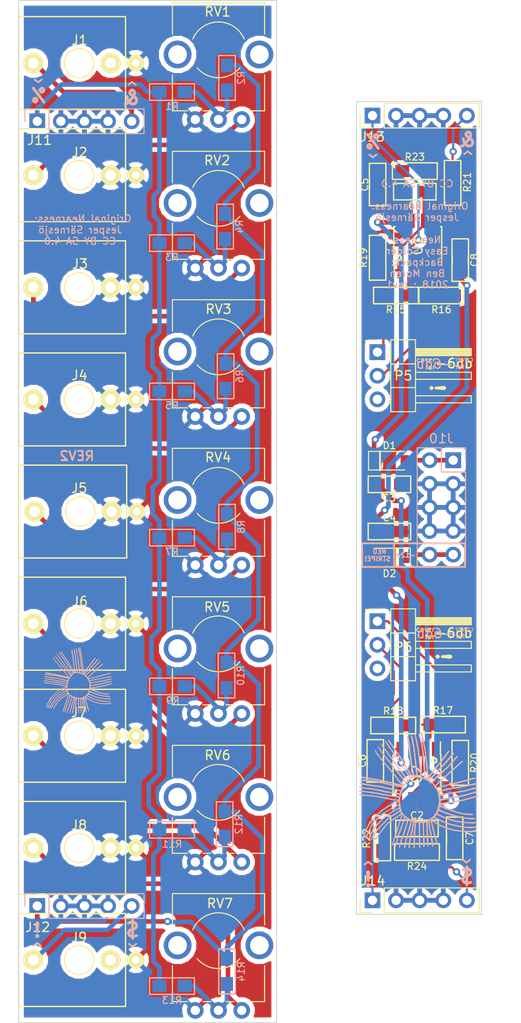
<source format=kicad_pcb>
(kicad_pcb (version 20171130) (host pcbnew "(5.0.0-rc2-47-g52fceb3)")
  (layers (0 F.Cu signal) (31 B.Cu signal) (34 B.Paste user) (35 F.Paste user) (36 B.SilkS user) (37 F.SilkS user) (38 B.Mask user) (39 F.Mask user) (44 Edge.Cuts user))
  (net 0 "")
  (net 1 "Net-(J9-Pad2)")
  (net 2 GND)
  (net 3 "Net-(J8-Pad3)")
  (net 4 "Net-(J7-Pad3)")
  (net 5 "Net-(J1-Pad2)")
  (net 6 "Net-(J1-Pad3)")
  (net 7 "Net-(J2-Pad3)")
  (net 8 "Net-(J3-Pad3)")
  (net 9 "Net-(J4-Pad3)")
  (net 10 "Net-(J5-Pad3)")
  (net 11 "Net-(J6-Pad3)")
  (net 12 "Net-(R13-Pad1)")
  (net 13 "Net-(R11-Pad1)")
  (net 14 "Net-(R10-Pad1)")
  (net 15 "Net-(R7-Pad1)")
  (net 16 "Net-(R5-Pad1)")
  (net 17 "Net-(R3-Pad1)")
  (net 18 "Net-(R1-Pad1)")
  (net 19 "Net-(C1-Pad2)")
  (net 20 "Net-(C2-Pad2)")
  (net 21 "Net-(C1-Pad1)")
  (net 22 "Net-(C2-Pad1)")
  (net 23 "Net-(P5-Pad1)")
  (net 24 "Net-(P5-Pad2)")
  (net 25 "Net-(P6-Pad1)")
  (net 26 "Net-(P6-Pad2)")
  (net 27 "Net-(D2-Pad1)")
  (net 28 "Net-(D1-Pad2)")
  (net 29 "Net-(P5-Pad3)")
  (net 30 "Net-(P6-Pad3)")
  (net 31 -12V)
  (net 32 +12V)
  (net 33 "Net-(J12-Pad5)")
  (net 34 "Net-(J13-Pad5)")
  (net 35 "Net-(J14-Pad1)")
  (net 36 "Net-(J12-Pad1)")
  (net 37 "Net-(J13-Pad1)")
  (net 38 "Net-(J14-Pad5)")
  (net 39 "Net-(J11-Pad1)")
  (module modular:C_0805_HandSoldering_TopLabel (layer F.Cu) (at 39.37 81.832702 90)
    (fp_text reference C6 (at 0 -1.397 270) (layer F.SilkS) (effects (font (size 0.75 0.75) (thickness 0.125))))
    (fp_text value 100n)
    (pad 2 smd rect (at 1.25 0 90) (size 1.5 1.25) (layers F.Cu F.Paste F.Mask) (net 31 -12V))
    (pad 1 smd rect (at -1.25 0 90) (size 1.5 1.25) (layers F.Cu F.Paste F.Mask) (net 2 GND))
  )
  (module modular:C_0805_HandSoldering_TopLabel (layer F.Cu) (at 47.90643 90.17 270)
    (fp_text reference C7 (at 0 -1.62357 90) (layer F.SilkS) (effects (font (size 0.75 0.75) (thickness 0.125))))
    (fp_text value 100n)
    (pad 1 smd rect (at -1.25 0 270) (size 1.5 1.25) (layers F.Cu F.Paste F.Mask) (net 32 +12V))
    (pad 2 smd rect (at 1.25 0 270) (size 1.5 1.25) (layers F.Cu F.Paste F.Mask) (net 2 GND))
  )
  (module modular:C_0805_HandSoldering_TopLabel (layer F.Cu) (at 48.514 27.94 270)
    (fp_text reference C8 (at 0 -1.524 90) (layer F.SilkS) (effects (font (size 0.75 0.75) (thickness 0.125))))
    (fp_text value 100n)
    (pad 2 smd rect (at 1.25 0 270) (size 1.5 1.25) (layers F.Cu F.Paste F.Mask) (net 31 -12V))
    (pad 1 smd rect (at -1.25 0 270) (size 1.5 1.25) (layers F.Cu F.Paste F.Mask) (net 2 GND))
  )
  (module modular:C_0805_HandSoldering_TopLabel (layer F.Cu) (at 43.626052 20.574 180)
    (fp_text reference C1 (at 0 -1.524) (layer F.SilkS) (effects (font (size 0.75 0.75) (thickness 0.125))))
    (fp_text value 22p)
    (pad 1 smd rect (at -1.25 0 180) (size 1.5 1.25) (layers F.Cu F.Paste F.Mask) (net 21 "Net-(C1-Pad1)"))
    (pad 2 smd rect (at 1.25 0 180) (size 1.5 1.25) (layers F.Cu F.Paste F.Mask) (net 19 "Net-(C1-Pad2)"))
  )
  (module modular:R_0805_HandSoldering_TopLabel (layer F.Cu) (at 41.594052 31.75 180)
    (fp_text reference R15 (at 0 -1.524) (layer F.SilkS) (effects (font (size 0.75 0.75) (thickness 0.125))))
    (fp_text value 100k)
    (pad 1 smd rect (at -1.35 0 180) (size 1.5 1.3) (layers F.Cu F.Paste F.Mask) (net 37 "Net-(J13-Pad1)"))
    (pad 2 smd rect (at 1.35 0 180) (size 1.5 1.3) (layers F.Cu F.Paste F.Mask) (net 23 "Net-(P5-Pad1)"))
  )
  (module modular:R_0805_HandSoldering_TopLabel (layer F.Cu) (at 46.482 31.75)
    (fp_text reference R16 (at 0 1.524 180) (layer F.SilkS) (effects (font (size 0.75 0.75) (thickness 0.125))))
    (fp_text value 100k)
    (pad 1 smd rect (at -1.35 0) (size 1.5 1.3) (layers F.Cu F.Paste F.Mask) (net 37 "Net-(J13-Pad1)"))
    (pad 2 smd rect (at 1.35 0) (size 1.5 1.3) (layers F.Cu F.Paste F.Mask) (net 24 "Net-(P5-Pad2)"))
  )
  (module modular:R_0805_HandSoldering_TopLabel (layer F.Cu) (at 46.650603 77.927833)
    (fp_text reference R17 (at 0 -1.524 180) (layer F.SilkS) (effects (font (size 0.75 0.75) (thickness 0.125))))
    (fp_text value 100k)
    (pad 2 smd rect (at 1.35 0) (size 1.5 1.3) (layers F.Cu F.Paste F.Mask) (net 25 "Net-(P6-Pad1)"))
    (pad 1 smd rect (at -1.35 0) (size 1.5 1.3) (layers F.Cu F.Paste F.Mask) (net 35 "Net-(J14-Pad1)"))
  )
  (module modular:R_0805_HandSoldering_TopLabel (layer F.Cu) (at 41.30243 78.022702 180)
    (fp_text reference R18 (at 0 1.568702) (layer F.SilkS) (effects (font (size 0.75 0.75) (thickness 0.125))))
    (fp_text value 100k)
    (pad 1 smd rect (at -1.35 0 180) (size 1.5 1.3) (layers F.Cu F.Paste F.Mask) (net 35 "Net-(J14-Pad1)"))
    (pad 2 smd rect (at 1.35 0 180) (size 1.5 1.3) (layers F.Cu F.Paste F.Mask) (net 26 "Net-(P6-Pad2)"))
  )
  (module modular:R_0805_HandSoldering_TopLabel (layer F.Cu) (at 39.624 27.686 90)
    (fp_text reference R19 (at 0 -1.524 270) (layer F.SilkS) (effects (font (size 0.75 0.75) (thickness 0.125))))
    (fp_text value 100k)
    (pad 2 smd rect (at 1.35 0 90) (size 1.5 1.3) (layers F.Cu F.Paste F.Mask) (net 21 "Net-(C1-Pad1)"))
    (pad 1 smd rect (at -1.35 0 90) (size 1.5 1.3) (layers F.Cu F.Paste F.Mask) (net 23 "Net-(P5-Pad1)"))
  )
  (module modular:R_0805_HandSoldering_TopLabel (layer F.Cu) (at 48.514 82.042 270)
    (fp_text reference R20 (at 0 -1.524 90) (layer F.SilkS) (effects (font (size 0.75 0.75) (thickness 0.125))))
    (fp_text value 100k)
    (pad 1 smd rect (at -1.35 0 270) (size 1.5 1.3) (layers F.Cu F.Paste F.Mask) (net 25 "Net-(P6-Pad1)"))
    (pad 2 smd rect (at 1.35 0 270) (size 1.5 1.3) (layers F.Cu F.Paste F.Mask) (net 22 "Net-(C2-Pad1)"))
  )
  (module modular:R_0805_HandSoldering_TopLabel (layer F.Cu) (at 47.690052 19.630841 90)
    (fp_text reference R21 (at 0.072841 1.585948 90) (layer F.SilkS) (effects (font (size 0.75 0.75) (thickness 0.125))))
    (fp_text value 100k)
    (pad 2 smd rect (at 1.35 0 90) (size 1.5 1.3) (layers F.Cu F.Paste F.Mask) (net 34 "Net-(J13-Pad5)"))
    (pad 1 smd rect (at -1.35 0 90) (size 1.5 1.3) (layers F.Cu F.Paste F.Mask) (net 21 "Net-(C1-Pad1)"))
  )
  (module modular:R_0805_HandSoldering_TopLabel (layer F.Cu) (at 40.132 90.17 270)
    (fp_text reference R22 (at 0 1.692603 90) (layer F.SilkS) (effects (font (size 0.75 0.75) (thickness 0.125))))
    (fp_text value 100k)
    (pad 1 smd rect (at -1.35 0 270) (size 1.5 1.3) (layers F.Cu F.Paste F.Mask) (net 22 "Net-(C2-Pad1)"))
    (pad 2 smd rect (at 1.35 0 270) (size 1.5 1.3) (layers F.Cu F.Paste F.Mask) (net 38 "Net-(J14-Pad5)"))
  )
  (module modular:R_0805_HandSoldering_TopLabel (layer F.Cu) (at 43.856603 91.643833 180)
    (fp_text reference R24 (at 0 -1.524) (layer F.SilkS) (effects (font (size 0.75 0.75) (thickness 0.125))))
    (fp_text value 1k)
    (pad 1 smd rect (at -1.35 0 180) (size 1.5 1.3) (layers F.Cu F.Paste F.Mask) (net 20 "Net-(C2-Pad2)"))
    (pad 2 smd rect (at 1.35 0 180) (size 1.5 1.3) (layers F.Cu F.Paste F.Mask) (net 38 "Net-(J14-Pad5)"))
  )
  (module modular:R_0805_HandSoldering_TopLabel (layer F.Cu) (at 43.626052 18.360841)
    (fp_text reference R23 (at 0 -1.524 180) (layer F.SilkS) (effects (font (size 0.75 0.75) (thickness 0.125))))
    (fp_text value 1k)
    (pad 2 smd rect (at 1.35 0) (size 1.5 1.3) (layers F.Cu F.Paste F.Mask) (net 34 "Net-(J13-Pad5)"))
    (pad 1 smd rect (at -1.35 0) (size 1.5 1.3) (layers F.Cu F.Paste F.Mask) (net 19 "Net-(C1-Pad2)"))
  )
  (module Housings_SOIC:SOIC-8_3.9x4.9mm_Pitch1.27mm (layer F.Cu) (at 43.942 26.416 90)
    (fp_text reference U1 (at 0 0 90) (layer F.SilkS))
    (fp_text value LME49720)
    (pad 1 smd rect (at -2.7 -1.905 90) (size 1.55 0.6) (layers F.Cu F.Paste F.Mask) (net 23 "Net-(P5-Pad1)"))
    (pad 2 smd rect (at -2.7 -0.635 90) (size 1.55 0.6) (layers F.Cu F.Paste F.Mask) (net 37 "Net-(J13-Pad1)"))
    (pad 3 smd rect (at -2.7 0.635 90) (size 1.55 0.6) (layers F.Cu F.Paste F.Mask) (net 2 GND))
    (pad 4 smd rect (at -2.7 1.905 90) (size 1.55 0.6) (layers F.Cu F.Paste F.Mask) (net 31 -12V))
    (pad 5 smd rect (at 2.7 1.905 90) (size 1.55 0.6) (layers F.Cu F.Paste F.Mask) (net 2 GND))
    (pad 6 smd rect (at 2.7 0.635 90) (size 1.55 0.6) (layers F.Cu F.Paste F.Mask) (net 21 "Net-(C1-Pad1)"))
    (pad 7 smd rect (at 2.7 -0.635 90) (size 1.55 0.6) (layers F.Cu F.Paste F.Mask) (net 19 "Net-(C1-Pad2)"))
    (pad 8 smd rect (at 2.7 -1.905 90) (size 1.55 0.6) (layers F.Cu F.Paste F.Mask) (net 32 +12V))
  )
  (module Housings_SOIC:SOIC-8_3.9x4.9mm_Pitch1.27mm (layer F.Cu) (at 43.856603 83.261833 270)
    (fp_text reference U2 (at 0 0.014173 270) (layer F.SilkS))
    (fp_text value LME49720)
    (pad 8 smd rect (at 2.7 -1.905 270) (size 1.55 0.6) (layers F.Cu F.Paste F.Mask) (net 32 +12V))
    (pad 7 smd rect (at 2.7 -0.635 270) (size 1.55 0.6) (layers F.Cu F.Paste F.Mask) (net 20 "Net-(C2-Pad2)"))
    (pad 6 smd rect (at 2.7 0.635 270) (size 1.55 0.6) (layers F.Cu F.Paste F.Mask) (net 22 "Net-(C2-Pad1)"))
    (pad 5 smd rect (at 2.7 1.905 270) (size 1.55 0.6) (layers F.Cu F.Paste F.Mask) (net 2 GND))
    (pad 4 smd rect (at -2.7 1.905 270) (size 1.55 0.6) (layers F.Cu F.Paste F.Mask) (net 31 -12V))
    (pad 3 smd rect (at -2.7 0.635 270) (size 1.55 0.6) (layers F.Cu F.Paste F.Mask) (net 2 GND))
    (pad 2 smd rect (at -2.7 -0.635 270) (size 1.55 0.6) (layers F.Cu F.Paste F.Mask) (net 35 "Net-(J14-Pad1)"))
    (pad 1 smd rect (at -2.7 -1.905 270) (size 1.55 0.6) (layers F.Cu F.Paste F.Mask) (net 25 "Net-(P6-Pad1)"))
  )
  (module Pin_Headers:Pin_Header_Angled_1x03_Pitch2.54mm (layer F.Cu) (at 39.6 66.802)
    (fp_text reference P6 (at 2.794 2.794) (layer F.SilkS))
    (fp_text value CONN_01X03)
    (pad 1 thru_hole rect (at 0 0) (size 1.7 1.7) (drill 1) (layers *.Cu *.Mask) (net 25 "Net-(P6-Pad1)"))
    (pad 2 thru_hole oval (at 0 2.54) (size 1.7 1.7) (drill 1) (layers *.Cu *.Mask) (net 26 "Net-(P6-Pad2)"))
    (pad 3 thru_hole oval (at 0 5.08) (size 1.7 1.7) (drill 1) (layers *.Cu *.Mask) (net 30 "Net-(P6-Pad3)"))
  )
  (module Pin_Headers:Pin_Header_Angled_1x03_Pitch2.54mm (layer F.Cu) (at 39.6 37.846)
    (fp_text reference P5 (at 2.794 2.54) (layer F.SilkS))
    (fp_text value CONN_01X03)
    (pad 3 thru_hole oval (at 0 5.08) (size 1.7 1.7) (drill 1) (layers *.Cu *.Mask) (net 29 "Net-(P5-Pad3)"))
    (pad 2 thru_hole oval (at 0 2.54) (size 1.7 1.7) (drill 1) (layers *.Cu *.Mask) (net 24 "Net-(P5-Pad2)"))
    (pad 1 thru_hole rect (at 0 0) (size 1.7 1.7) (drill 1) (layers *.Cu *.Mask) (net 23 "Net-(P5-Pad1)"))
  )
  (module Socket_Strips:Socket_Strip_Straight_1x05_Pitch2.54mm (layer F.Cu) (at 39.068 12.3904 90)
    (fp_text reference J13 (at -2.286 0 180) (layer F.SilkS))
    (fp_text value Conn_01x05)
    (pad 1 thru_hole rect (at 0 0 90) (size 1.7 1.7) (drill 1) (layers *.Cu *.Mask) (net 37 "Net-(J13-Pad1)"))
    (pad 2 thru_hole oval (at 0 2.54 90) (size 1.7 1.7) (drill 1) (layers *.Cu *.Mask) (net 2 GND))
    (pad 3 thru_hole oval (at 0 5.08 90) (size 1.7 1.7) (drill 1) (layers *.Cu *.Mask) (net 2 GND))
    (pad 4 thru_hole oval (at 0 7.62 90) (size 1.7 1.7) (drill 1) (layers *.Cu *.Mask) (net 2 GND))
    (pad 5 thru_hole oval (at 0 10.16 90) (size 1.7 1.7) (drill 1) (layers *.Cu *.Mask) (net 34 "Net-(J13-Pad5)"))
  )
  (module Socket_Strips:Socket_Strip_Straight_1x05_Pitch2.54mm (layer F.Cu) (at 39.068 96.8354 90)
    (fp_text reference J14 (at 2.0934 0.048 180) (layer F.SilkS))
    (fp_text value Conn_01x05)
    (pad 5 thru_hole oval (at 0 10.16 90) (size 1.7 1.7) (drill 1) (layers *.Cu *.Mask) (net 38 "Net-(J14-Pad5)"))
    (pad 4 thru_hole oval (at 0 7.62 90) (size 1.7 1.7) (drill 1) (layers *.Cu *.Mask) (net 2 GND))
    (pad 3 thru_hole oval (at 0 5.08 90) (size 1.7 1.7) (drill 1) (layers *.Cu *.Mask) (net 2 GND))
    (pad 2 thru_hole oval (at 0 2.54 90) (size 1.7 1.7) (drill 1) (layers *.Cu *.Mask) (net 2 GND))
    (pad 1 thru_hole rect (at 0 0 90) (size 1.7 1.7) (drill 1) (layers *.Cu *.Mask) (net 35 "Net-(J14-Pad1)"))
  )
  (module Diodes_SMD:D_SOD-123 (layer F.Cu) (at 40.894 49.53)
    (fp_text reference D1 (at 0 -1.6256) (layer F.SilkS) (effects (font (size 0.75 0.75) (thickness 0.125))))
    (fp_text value 1N5819HW)
    (pad 1 smd rect (at -1.65 0) (size 0.9 1.2) (layers F.Cu F.Paste F.Mask) (net 32 +12V))
    (pad 2 smd rect (at 1.65 0) (size 0.9 1.2) (layers F.Cu F.Paste F.Mask) (net 28 "Net-(D1-Pad2)"))
  )
  (module Diodes_SMD:D_SOD-123 (layer F.Cu) (at 40.894 59.944 180)
    (fp_text reference D2 (at 0 -1.7272 180) (layer F.SilkS) (effects (font (size 0.75 0.75) (thickness 0.125))))
    (fp_text value 1N5819HW)
    (pad 1 smd rect (at -1.65 0 180) (size 0.9 1.2) (layers F.Cu F.Paste F.Mask) (net 27 "Net-(D2-Pad1)"))
    (pad 2 smd rect (at 1.65 0 180) (size 0.9 1.2) (layers F.Cu F.Paste F.Mask) (net 31 -12V))
  )
  (module Pin_Headers:Pin_Header_Straight_2x05_Pitch2.54mm (layer B.Cu) (at 47.752 49.476406 180)
    (fp_text reference J10 (at 1.27 2.33 180) (layer B.SilkS) (effects (justify mirror)))
    (fp_text value Conn_02x05_Odd_Even)
    (pad 1 thru_hole rect (at 0 0 180) (size 1.7 1.7) (drill 1) (layers *.Cu *.Mask) (net 28 "Net-(D1-Pad2)"))
    (pad 2 thru_hole oval (at 2.54 0 180) (size 1.7 1.7) (drill 1) (layers *.Cu *.Mask) (net 28 "Net-(D1-Pad2)"))
    (pad 3 thru_hole oval (at 0 -2.54 180) (size 1.7 1.7) (drill 1) (layers *.Cu *.Mask) (net 2 GND))
    (pad 4 thru_hole oval (at 2.54 -2.54 180) (size 1.7 1.7) (drill 1) (layers *.Cu *.Mask) (net 2 GND))
    (pad 5 thru_hole oval (at 0 -5.08 180) (size 1.7 1.7) (drill 1) (layers *.Cu *.Mask) (net 2 GND))
    (pad 6 thru_hole oval (at 2.54 -5.08 180) (size 1.7 1.7) (drill 1) (layers *.Cu *.Mask) (net 2 GND))
    (pad 7 thru_hole oval (at 0 -7.62 180) (size 1.7 1.7) (drill 1) (layers *.Cu *.Mask) (net 2 GND))
    (pad 8 thru_hole oval (at 2.54 -7.62 180) (size 1.7 1.7) (drill 1) (layers *.Cu *.Mask) (net 2 GND))
    (pad 9 thru_hole oval (at 0 -10.16 180) (size 1.7 1.7) (drill 1) (layers *.Cu *.Mask) (net 27 "Net-(D2-Pad1)"))
    (pad 10 thru_hole oval (at 2.54 -10.16 180) (size 1.7 1.7) (drill 1) (layers *.Cu *.Mask) (net 27 "Net-(D2-Pad1)"))
  )
  (module modular:sun_medium (layer B.Cu) (at 43.9928 84.9884 180)
    (fp_text reference G*** hide)
    (fp_text value LOGO hide)
  )
  (module modular:C_0805_HandSoldering_TopLabel (layer F.Cu) (at 43.856603 89.103833)
    (fp_text reference C2 (at 0 -1.397 180) (layer F.SilkS) (effects (font (size 0.75 0.75) (thickness 0.125))))
    (fp_text value 22p)
    (pad 2 smd rect (at 1.25 0) (size 1.5 1.25) (layers F.Cu F.Paste F.Mask) (net 20 "Net-(C2-Pad2)"))
    (pad 1 smd rect (at -1.25 0) (size 1.5 1.25) (layers F.Cu F.Paste F.Mask) (net 22 "Net-(C2-Pad1)"))
  )
  (module modular:C_0805_HandSoldering_TopLabel (layer F.Cu) (at 40.894 52.07)
    (fp_text reference C3 (at -0.0508 1.4732 180) (layer F.SilkS) (effects (font (size 0.75 0.75) (thickness 0.125))))
    (fp_text value 22u)
    (pad 1 smd rect (at -1.25 0) (size 1.5 1.25) (layers F.Cu F.Paste F.Mask) (net 32 +12V))
    (pad 2 smd rect (at 1.25 0) (size 1.5 1.25) (layers F.Cu F.Paste F.Mask) (net 2 GND))
  )
  (module modular:C_0805_HandSoldering_TopLabel (layer F.Cu) (at 40.894 57.15 180)
    (fp_text reference C4 (at 0 1.4732) (layer F.SilkS) (effects (font (size 0.75 0.75) (thickness 0.125))))
    (fp_text value 22u)
    (pad 2 smd rect (at 1.25 0 180) (size 1.5 1.25) (layers F.Cu F.Paste F.Mask) (net 31 -12V))
    (pad 1 smd rect (at -1.25 0 180) (size 1.5 1.25) (layers F.Cu F.Paste F.Mask) (net 2 GND))
  )
  (module modular:C_0805_HandSoldering_TopLabel (layer F.Cu) (at 39.624 19.812 90)
    (fp_text reference C5 (at 0 -1.397 270) (layer F.SilkS) (effects (font (size 0.75 0.75) (thickness 0.125))))
    (fp_text value 100n)
    (pad 1 smd rect (at -1.25 0 90) (size 1.5 1.25) (layers F.Cu F.Paste F.Mask) (net 32 +12V))
    (pad 2 smd rect (at 1.25 0 90) (size 1.5 1.25) (layers F.Cu F.Paste F.Mask) (net 2 GND))
  )
  (module modular:tall_trimmer_pot_9mm (layer F.Cu) (at 22.5 5.329 90)
    (fp_text reference RV1 (at 4.1098 -0.0972 180) (layer F.SilkS))
    (fp_text value POT)
    (pad 1 thru_hole circle (at -7.48538 -2.4981 90) (size 1.8 1.8) (drill 1) (layers *.Cu *.Mask) (net 2 GND))
    (pad 2 thru_hole circle (at -7.48538 0.0019 90) (size 1.8 1.8) (drill 1) (layers *.Cu *.Mask) (net 18 "Net-(R1-Pad1)"))
    (pad 3 thru_hole circle (at -7.48538 2.5019 90) (size 1.8 1.8) (drill 1) (layers *.Cu *.Mask) (net 7 "Net-(J2-Pad3)"))
    (pad "" np_thru_hole circle (at -0.48538 -4.3981 90) (size 3 3) (drill 2) (layers *.Cu *.Mask))
    (pad "" np_thru_hole circle (at -0.48538 4.4019 90) (size 3 3) (drill 2) (layers *.Cu *.Mask))
  )
  (module modular:tall_trimmer_pot_9mm (layer F.Cu) (at 22.5 21.31 90)
    (fp_text reference RV2 (at 4.0888 -0.148 180) (layer F.SilkS))
    (fp_text value POT)
    (pad 1 thru_hole circle (at -7.48538 -2.4981 90) (size 1.8 1.8) (drill 1) (layers *.Cu *.Mask) (net 2 GND))
    (pad 2 thru_hole circle (at -7.48538 0.0019 90) (size 1.8 1.8) (drill 1) (layers *.Cu *.Mask) (net 17 "Net-(R3-Pad1)"))
    (pad 3 thru_hole circle (at -7.48538 2.5019 90) (size 1.8 1.8) (drill 1) (layers *.Cu *.Mask) (net 8 "Net-(J3-Pad3)"))
    (pad "" np_thru_hole circle (at -0.48538 -4.3981 90) (size 3 3) (drill 2) (layers *.Cu *.Mask))
    (pad "" np_thru_hole circle (at -0.48538 4.4019 90) (size 3 3) (drill 2) (layers *.Cu *.Mask))
  )
  (module modular:tall_trimmer_pot_9mm (layer F.Cu) (at 22.5 37.291 90)
    (fp_text reference RV3 (at 4.0678 0.0044 180) (layer F.SilkS))
    (fp_text value POT)
    (pad 1 thru_hole circle (at -7.48538 -2.4981 90) (size 1.8 1.8) (drill 1) (layers *.Cu *.Mask) (net 2 GND))
    (pad 2 thru_hole circle (at -7.48538 0.0019 90) (size 1.8 1.8) (drill 1) (layers *.Cu *.Mask) (net 16 "Net-(R5-Pad1)"))
    (pad 3 thru_hole circle (at -7.48538 2.5019 90) (size 1.8 1.8) (drill 1) (layers *.Cu *.Mask) (net 9 "Net-(J4-Pad3)"))
    (pad "" np_thru_hole circle (at -0.48538 -4.3981 90) (size 3 3) (drill 2) (layers *.Cu *.Mask))
    (pad "" np_thru_hole circle (at -0.48538 4.4019 90) (size 3 3) (drill 2) (layers *.Cu *.Mask))
  )
  (module modular:tall_trimmer_pot_9mm (layer F.Cu) (at 22.5 53.272 90)
    (fp_text reference RV4 (at 4.0976 -0.0464 180) (layer F.SilkS))
    (fp_text value POT)
    (pad 1 thru_hole circle (at -7.48538 -2.4981 90) (size 1.8 1.8) (drill 1) (layers *.Cu *.Mask) (net 2 GND))
    (pad 2 thru_hole circle (at -7.48538 0.0019 90) (size 1.8 1.8) (drill 1) (layers *.Cu *.Mask) (net 15 "Net-(R7-Pad1)"))
    (pad 3 thru_hole circle (at -7.48538 2.5019 90) (size 1.8 1.8) (drill 1) (layers *.Cu *.Mask) (net 10 "Net-(J5-Pad3)"))
    (pad "" np_thru_hole circle (at -0.48538 -4.3981 90) (size 3 3) (drill 2) (layers *.Cu *.Mask))
    (pad "" np_thru_hole circle (at -0.48538 4.4019 90) (size 3 3) (drill 2) (layers *.Cu *.Mask))
  )
  (module modular:tall_trimmer_pot_9mm (layer F.Cu) (at 22.5 69.253 90)
    (fp_text reference RV5 (at 3.975 -0.148 180) (layer F.SilkS))
    (fp_text value POT)
    (pad 1 thru_hole circle (at -7.48538 -2.4981 90) (size 1.8 1.8) (drill 1) (layers *.Cu *.Mask) (net 2 GND))
    (pad 2 thru_hole circle (at -7.48538 0.0019 90) (size 1.8 1.8) (drill 1) (layers *.Cu *.Mask) (net 14 "Net-(R10-Pad1)"))
    (pad 3 thru_hole circle (at -7.48538 2.5019 90) (size 1.8 1.8) (drill 1) (layers *.Cu *.Mask) (net 11 "Net-(J6-Pad3)"))
    (pad "" np_thru_hole circle (at -0.48538 -4.3981 90) (size 3 3) (drill 2) (layers *.Cu *.Mask))
    (pad "" np_thru_hole circle (at -0.48538 4.4019 90) (size 3 3) (drill 2) (layers *.Cu *.Mask))
  )
  (module modular:tall_trimmer_pot_9mm (layer F.Cu) (at 22.5 85.235 90)
    (fp_text reference RV6 (at 4.0058 -0.0972 180) (layer F.SilkS))
    (fp_text value POT)
    (pad 1 thru_hole circle (at -7.48538 -2.4981 90) (size 1.8 1.8) (drill 1) (layers *.Cu *.Mask) (net 2 GND))
    (pad 2 thru_hole circle (at -7.48538 0.0019 90) (size 1.8 1.8) (drill 1) (layers *.Cu *.Mask) (net 13 "Net-(R11-Pad1)"))
    (pad 3 thru_hole circle (at -7.48538 2.5019 90) (size 1.8 1.8) (drill 1) (layers *.Cu *.Mask) (net 4 "Net-(J7-Pad3)"))
    (pad "" np_thru_hole circle (at -0.48538 -4.3981 90) (size 3 3) (drill 2) (layers *.Cu *.Mask))
    (pad "" np_thru_hole circle (at -0.48538 4.4019 90) (size 3 3) (drill 2) (layers *.Cu *.Mask))
  )
  (module modular:tall_trimmer_pot_9mm (layer F.Cu) (at 22.5 101.196 90)
    (fp_text reference RV7 (at 4.0156 0.1568 180) (layer F.SilkS))
    (fp_text value POT)
    (pad 1 thru_hole circle (at -7.48538 -2.4981 90) (size 1.8 1.8) (drill 1) (layers *.Cu *.Mask) (net 2 GND))
    (pad 2 thru_hole circle (at -7.48538 0.0019 90) (size 1.8 1.8) (drill 1) (layers *.Cu *.Mask) (net 12 "Net-(R13-Pad1)"))
    (pad 3 thru_hole circle (at -7.48538 2.5019 90) (size 1.8 1.8) (drill 1) (layers *.Cu *.Mask) (net 3 "Net-(J8-Pad3)"))
    (pad "" np_thru_hole circle (at -0.48538 -4.3981 90) (size 3 3) (drill 2) (layers *.Cu *.Mask))
    (pad "" np_thru_hole circle (at -0.48538 4.4019 90) (size 3 3) (drill 2) (layers *.Cu *.Mask))
  )
  (module modular:R_0805_HandSoldering_TopLabel (layer B.Cu) (at 23.4188 104.4956 90)
    (fp_text reference R14 (at 0 1.524 -90) (layer B.SilkS) (effects (font (size 0.75 0.75) (thickness 0.125)) (justify mirror)))
    (fp_text value 100k)
    (pad 1 smd rect (at -1.35 0 90) (size 1.5 1.3) (layers B.Cu B.Paste B.Mask) (net 12 "Net-(R13-Pad1)"))
    (pad 2 smd rect (at 1.35 0 90) (size 1.5 1.3) (layers B.Cu B.Paste B.Mask) (net 36 "Net-(J12-Pad1)"))
  )
  (module modular:R_0805_HandSoldering_TopLabel (layer B.Cu) (at 17.5 106.0704 180)
    (fp_text reference R13 (at 0 -1.524) (layer B.SilkS) (effects (font (size 0.75 0.75) (thickness 0.125)) (justify mirror)))
    (fp_text value 1M67)
    (pad 2 smd rect (at 1.35 0 180) (size 1.5 1.3) (layers B.Cu B.Paste B.Mask) (net 39 "Net-(J11-Pad1)"))
    (pad 1 smd rect (at -1.35 0 180) (size 1.5 1.3) (layers B.Cu B.Paste B.Mask) (net 12 "Net-(R13-Pad1)"))
  )
  (module modular:R_0805_HandSoldering_TopLabel (layer B.Cu) (at 23.1648 88.646 90)
    (fp_text reference R12 (at 0 1.524 -90) (layer B.SilkS) (effects (font (size 0.75 0.75) (thickness 0.125)) (justify mirror)))
    (fp_text value 103k)
    (pad 1 smd rect (at -1.35 0 90) (size 1.5 1.3) (layers B.Cu B.Paste B.Mask) (net 13 "Net-(R11-Pad1)"))
    (pad 2 smd rect (at 1.35 0 90) (size 1.5 1.3) (layers B.Cu B.Paste B.Mask) (net 36 "Net-(J12-Pad1)"))
  )
  (module modular:R_0805_HandSoldering_TopLabel (layer B.Cu) (at 17.5 89.2556 180)
    (fp_text reference R11 (at 0 -1.524) (layer B.SilkS) (effects (font (size 0.75 0.75) (thickness 0.125)) (justify mirror)))
    (fp_text value 439k)
    (pad 2 smd rect (at 1.35 0 180) (size 1.5 1.3) (layers B.Cu B.Paste B.Mask) (net 39 "Net-(J11-Pad1)"))
    (pad 1 smd rect (at -1.35 0 180) (size 1.5 1.3) (layers B.Cu B.Paste B.Mask) (net 13 "Net-(R11-Pad1)"))
  )
  (module modular:R_0805_HandSoldering_TopLabel (layer B.Cu) (at 23.368 72.644 90)
    (fp_text reference R10 (at 0 1.524 -90) (layer B.SilkS) (effects (font (size 0.75 0.75) (thickness 0.125)) (justify mirror)))
    (fp_text value 113k)
    (pad 1 smd rect (at -1.35 0 90) (size 1.5 1.3) (layers B.Cu B.Paste B.Mask) (net 14 "Net-(R10-Pad1)"))
    (pad 2 smd rect (at 1.35 0 90) (size 1.5 1.3) (layers B.Cu B.Paste B.Mask) (net 36 "Net-(J12-Pad1)"))
  )
  (module modular:R_0805_HandSoldering_TopLabel (layer B.Cu) (at 17.5 73.8124 180)
    (fp_text reference R9 (at -0.08 -1.524) (layer B.SilkS) (effects (font (size 0.75 0.75) (thickness 0.125)) (justify mirror)))
    (fp_text value 215k)
    (pad 2 smd rect (at 1.35 0 180) (size 1.5 1.3) (layers B.Cu B.Paste B.Mask) (net 39 "Net-(J11-Pad1)"))
    (pad 1 smd rect (at -1.35 0 180) (size 1.5 1.3) (layers B.Cu B.Paste B.Mask) (net 14 "Net-(R10-Pad1)"))
  )
  (module modular:R_0805_HandSoldering_TopLabel (layer B.Cu) (at 23.4188 56.642 90)
    (fp_text reference R8 (at 0 1.524 -90) (layer B.SilkS) (effects (font (size 0.75 0.75) (thickness 0.125)) (justify mirror)))
    (fp_text value 141k)
    (pad 1 smd rect (at -1.35 0 90) (size 1.5 1.3) (layers B.Cu B.Paste B.Mask) (net 15 "Net-(R7-Pad1)"))
    (pad 2 smd rect (at 1.35 0 90) (size 1.5 1.3) (layers B.Cu B.Paste B.Mask) (net 36 "Net-(J12-Pad1)"))
  )
  (module modular:R_0805_HandSoldering_TopLabel (layer B.Cu) (at 17.5 57.8104 180)
    (fp_text reference R7 (at 0 -1.524) (layer B.SilkS) (effects (font (size 0.75 0.75) (thickness 0.125)) (justify mirror)))
    (fp_text value 141k)
    (pad 2 smd rect (at 1.35 0 180) (size 1.5 1.3) (layers B.Cu B.Paste B.Mask) (net 39 "Net-(J11-Pad1)"))
    (pad 1 smd rect (at -1.35 0 180) (size 1.5 1.3) (layers B.Cu B.Paste B.Mask) (net 15 "Net-(R7-Pad1)"))
  )
  (module modular:R_0805_HandSoldering_TopLabel (layer B.Cu) (at 23.2664 40.4368 90)
    (fp_text reference R6 (at 0 1.524 -90) (layer B.SilkS) (effects (font (size 0.75 0.75) (thickness 0.125)) (justify mirror)))
    (fp_text value 215k)
    (pad 1 smd rect (at -1.35 0 90) (size 1.5 1.3) (layers B.Cu B.Paste B.Mask) (net 16 "Net-(R5-Pad1)"))
    (pad 2 smd rect (at 1.35 0 90) (size 1.5 1.3) (layers B.Cu B.Paste B.Mask) (net 36 "Net-(J12-Pad1)"))
  )
  (module modular:R_0805_HandSoldering_TopLabel (layer B.Cu) (at 17.5 42.0624 180)
    (fp_text reference R5 (at 0 -1.524) (layer B.SilkS) (effects (font (size 0.75 0.75) (thickness 0.125)) (justify mirror)))
    (fp_text value 113k)
    (pad 2 smd rect (at 1.35 0 180) (size 1.5 1.3) (layers B.Cu B.Paste B.Mask) (net 39 "Net-(J11-Pad1)"))
    (pad 1 smd rect (at -1.35 0 180) (size 1.5 1.3) (layers B.Cu B.Paste B.Mask) (net 16 "Net-(R5-Pad1)"))
  )
  (module modular:R_0805_HandSoldering_TopLabel (layer B.Cu) (at 17.5 26.1112 180)
    (fp_text reference R3 (at 0 -1.524) (layer B.SilkS) (effects (font (size 0.75 0.75) (thickness 0.125)) (justify mirror)))
    (fp_text value 103k)
    (pad 2 smd rect (at 1.35 0 180) (size 1.5 1.3) (layers B.Cu B.Paste B.Mask) (net 39 "Net-(J11-Pad1)"))
    (pad 1 smd rect (at -1.35 0 180) (size 1.5 1.3) (layers B.Cu B.Paste B.Mask) (net 17 "Net-(R3-Pad1)"))
  )
  (module modular:R_0805_HandSoldering_TopLabel (layer B.Cu) (at 23.4188 8.3312 90)
    (fp_text reference R2 (at 0 1.524 -90) (layer B.SilkS) (effects (font (size 0.75 0.75) (thickness 0.125)) (justify mirror)))
    (fp_text value 1M67)
    (pad 1 smd rect (at -1.35 0 90) (size 1.5 1.3) (layers B.Cu B.Paste B.Mask) (net 18 "Net-(R1-Pad1)"))
    (pad 2 smd rect (at 1.35 0 90) (size 1.5 1.3) (layers B.Cu B.Paste B.Mask) (net 36 "Net-(J12-Pad1)"))
  )
  (module modular:R_0805_HandSoldering_TopLabel (layer B.Cu) (at 17.5 9.8552 180)
    (fp_text reference R1 (at 0 -1.524) (layer B.SilkS) (effects (font (size 0.75 0.75) (thickness 0.125)) (justify mirror)))
    (fp_text value 100k)
    (pad 2 smd rect (at 1.35 0 180) (size 1.5 1.3) (layers B.Cu B.Paste B.Mask) (net 39 "Net-(J11-Pad1)"))
    (pad 1 smd rect (at -1.35 0 180) (size 1.5 1.3) (layers B.Cu B.Paste B.Mask) (net 18 "Net-(R1-Pad1)"))
  )
  (module modular:R_0805_HandSoldering_TopLabel (layer B.Cu) (at 23.2156 24.3332 90)
    (fp_text reference R4 (at 0 1.524 -90) (layer B.SilkS) (effects (font (size 0.75 0.75) (thickness 0.125)) (justify mirror)))
    (fp_text value 439k)
    (pad 2 smd rect (at 1.35 0 90) (size 1.5 1.3) (layers B.Cu B.Paste B.Mask) (net 36 "Net-(J12-Pad1)"))
    (pad 1 smd rect (at -1.35 0 90) (size 1.5 1.3) (layers B.Cu B.Paste B.Mask) (net 17 "Net-(R3-Pad1)"))
  )
  (module Pin_Headers:Pin_Header_Straight_1x05_Pitch2.54mm (layer B.Cu) (at 3 97.445 270)
    (fp_text reference J12 (at 2.286 -0.0508 180) (layer F.SilkS))
    (fp_text value Conn_01x05)
    (pad 1 thru_hole rect (at 0 0 270) (size 1.7 1.7) (drill 1) (layers *.Cu *.Mask) (net 36 "Net-(J12-Pad1)"))
    (pad 2 thru_hole oval (at 0 -2.54 270) (size 1.7 1.7) (drill 1) (layers *.Cu *.Mask) (net 2 GND))
    (pad 3 thru_hole oval (at 0 -5.08 270) (size 1.7 1.7) (drill 1) (layers *.Cu *.Mask) (net 2 GND))
    (pad 4 thru_hole oval (at 0 -7.62 270) (size 1.7 1.7) (drill 1) (layers *.Cu *.Mask) (net 2 GND))
    (pad 5 thru_hole oval (at 0 -10.16 270) (size 1.7 1.7) (drill 1) (layers *.Cu *.Mask) (net 33 "Net-(J12-Pad5)"))
  )
  (module Pin_Headers:Pin_Header_Straight_1x05_Pitch2.54mm (layer B.Cu) (at 3 13 270)
    (fp_text reference J11 (at 2.032 -0.254 180) (layer F.SilkS))
    (fp_text value Conn_01x05)
    (pad 5 thru_hole oval (at 0 -10.16 270) (size 1.7 1.7) (drill 1) (layers *.Cu *.Mask) (net 6 "Net-(J1-Pad3)"))
    (pad 4 thru_hole oval (at 0 -7.62 270) (size 1.7 1.7) (drill 1) (layers *.Cu *.Mask) (net 2 GND))
    (pad 3 thru_hole oval (at 0 -5.08 270) (size 1.7 1.7) (drill 1) (layers *.Cu *.Mask) (net 2 GND))
    (pad 2 thru_hole oval (at 0 -2.54 270) (size 1.7 1.7) (drill 1) (layers *.Cu *.Mask) (net 2 GND))
    (pad 1 thru_hole rect (at 0 0 270) (size 1.7 1.7) (drill 1) (layers *.Cu *.Mask) (net 39 "Net-(J11-Pad1)"))
  )
  (module modular:Thonkiconn_small_holes (layer F.Cu) (at 7.5 67.065 90)
    (fp_text reference J6 (at 2.3966 0.0996 180) (layer F.SilkS))
    (fp_text value PJ301M12)
    (pad "" thru_hole circle (at 0 0 90) (size 3 3) (drill 3) (layers *.Cu *.Mask F.SilkS))
    (pad 3 thru_hole circle (at 0 -4.92 90) (size 2.15 2.15) (drill 1.15) (layers *.Cu *.Mask F.SilkS) (net 11 "Net-(J6-Pad3)"))
    (pad 2 thru_hole circle (at 0 3.38 90) (size 2.15 2.15) (drill 1.15) (layers *.Cu *.Mask F.SilkS) (net 2 GND))
    (pad 1 thru_hole circle (at 0 6.096 90) (size 1.8 1.8) (drill 0.8) (layers *.Cu *.Mask F.SilkS) (net 2 GND))
  )
  (module modular:Thonkiconn_small_holes (layer F.Cu) (at 7.622 55 90)
    (fp_text reference J5 (at 2.5236 -0.1036 180) (layer F.SilkS))
    (fp_text value PJ301M12)
    (pad "" thru_hole circle (at 0 0 90) (size 3 3) (drill 3) (layers *.Cu *.Mask F.SilkS))
    (pad 3 thru_hole circle (at 0 -4.92 90) (size 2.15 2.15) (drill 1.15) (layers *.Cu *.Mask F.SilkS) (net 10 "Net-(J5-Pad3)"))
    (pad 2 thru_hole circle (at 0 3.38 90) (size 2.15 2.15) (drill 1.15) (layers *.Cu *.Mask F.SilkS) (net 2 GND))
    (pad 1 thru_hole circle (at 0 6.096 90) (size 1.8 1.8) (drill 0.8) (layers *.Cu *.Mask F.SilkS) (net 2 GND))
  )
  (module modular:Thonkiconn_small_holes (layer F.Cu) (at 7.5 42.935 90)
    (fp_text reference J4 (at 2.5998 0.0488 180) (layer F.SilkS))
    (fp_text value PJ301M12)
    (pad "" thru_hole circle (at 0 0 90) (size 3 3) (drill 3) (layers *.Cu *.Mask F.SilkS))
    (pad 3 thru_hole circle (at 0 -4.92 90) (size 2.15 2.15) (drill 1.15) (layers *.Cu *.Mask F.SilkS) (net 9 "Net-(J4-Pad3)"))
    (pad 2 thru_hole circle (at 0 3.38 90) (size 2.15 2.15) (drill 1.15) (layers *.Cu *.Mask F.SilkS) (net 2 GND))
    (pad 1 thru_hole circle (at 0 6.096 90) (size 1.8 1.8) (drill 0.8) (layers *.Cu *.Mask F.SilkS) (net 2 GND))
  )
  (module modular:Thonkiconn_small_holes (layer F.Cu) (at 7.5 30.87 90)
    (fp_text reference J3 (at 2.5236 0.0996 180) (layer F.SilkS))
    (fp_text value PJ301M12)
    (pad "" thru_hole circle (at 0 0 90) (size 3 3) (drill 3) (layers *.Cu *.Mask F.SilkS))
    (pad 3 thru_hole circle (at 0 -4.92 90) (size 2.15 2.15) (drill 1.15) (layers *.Cu *.Mask F.SilkS) (net 8 "Net-(J3-Pad3)"))
    (pad 2 thru_hole circle (at 0 3.38 90) (size 2.15 2.15) (drill 1.15) (layers *.Cu *.Mask F.SilkS) (net 2 GND))
    (pad 1 thru_hole circle (at 0 6.096 90) (size 1.8 1.8) (drill 0.8) (layers *.Cu *.Mask F.SilkS) (net 2 GND))
  )
  (module modular:Thonkiconn_small_holes (layer F.Cu) (at 7.5 18.805 90)
    (fp_text reference J2 (at 2.4474 0.0488 180) (layer F.SilkS))
    (fp_text value PJ301M12)
    (pad "" thru_hole circle (at 0 0 90) (size 3 3) (drill 3) (layers *.Cu *.Mask F.SilkS))
    (pad 3 thru_hole circle (at 0 -4.92 90) (size 2.15 2.15) (drill 1.15) (layers *.Cu *.Mask F.SilkS) (net 7 "Net-(J2-Pad3)"))
    (pad 2 thru_hole circle (at 0 3.38 90) (size 2.15 2.15) (drill 1.15) (layers *.Cu *.Mask F.SilkS) (net 2 GND))
    (pad 1 thru_hole circle (at 0 6.096 90) (size 1.8 1.8) (drill 0.8) (layers *.Cu *.Mask F.SilkS) (net 2 GND))
  )
  (module modular:Thonkiconn_small_holes (layer F.Cu) (at 7.5 6.74 90)
    (fp_text reference J1 (at 2.4728 0.0488 180) (layer F.SilkS))
    (fp_text value PJ301M12)
    (pad "" thru_hole circle (at 0 0 90) (size 3 3) (drill 3) (layers *.Cu *.Mask F.SilkS))
    (pad 3 thru_hole circle (at 0 -4.92 90) (size 2.15 2.15) (drill 1.15) (layers *.Cu *.Mask F.SilkS) (net 6 "Net-(J1-Pad3)"))
    (pad 2 thru_hole circle (at 0 3.38 90) (size 2.15 2.15) (drill 1.15) (layers *.Cu *.Mask F.SilkS) (net 5 "Net-(J1-Pad2)"))
    (pad 1 thru_hole circle (at 0 6.096 90) (size 1.8 1.8) (drill 0.8) (layers *.Cu *.Mask F.SilkS) (net 2 GND))
  )
  (module modular:Thonkiconn_small_holes (layer F.Cu) (at 7.5 79.13 90)
    (fp_text reference J7 (at 2.5236 -0.002 180) (layer F.SilkS))
    (fp_text value PJ301M12)
    (pad "" thru_hole circle (at 0 0 90) (size 3 3) (drill 3) (layers *.Cu *.Mask F.SilkS))
    (pad 3 thru_hole circle (at 0 -4.92 90) (size 2.15 2.15) (drill 1.15) (layers *.Cu *.Mask F.SilkS) (net 4 "Net-(J7-Pad3)"))
    (pad 2 thru_hole circle (at 0 3.38 90) (size 2.15 2.15) (drill 1.15) (layers *.Cu *.Mask F.SilkS) (net 2 GND))
    (pad 1 thru_hole circle (at 0 6.096 90) (size 1.8 1.8) (drill 0.8) (layers *.Cu *.Mask F.SilkS) (net 2 GND))
  )
  (module modular:Thonkiconn_small_holes (layer F.Cu) (at 7.5 91.195 90)
    (fp_text reference J8 (at 2.4474 -0.002 180) (layer F.SilkS))
    (fp_text value PJ301M12)
    (pad "" thru_hole circle (at 0 0 90) (size 3 3) (drill 3) (layers *.Cu *.Mask F.SilkS))
    (pad 3 thru_hole circle (at 0 -4.92 90) (size 2.15 2.15) (drill 1.15) (layers *.Cu *.Mask F.SilkS) (net 3 "Net-(J8-Pad3)"))
    (pad 2 thru_hole circle (at 0 3.38 90) (size 2.15 2.15) (drill 1.15) (layers *.Cu *.Mask F.SilkS) (net 2 GND))
    (pad 1 thru_hole circle (at 0 6.096 90) (size 1.8 1.8) (drill 0.8) (layers *.Cu *.Mask F.SilkS) (net 2 GND))
  )
  (module modular:Thonkiconn_small_holes (layer F.Cu) (at 7.5 103.26 90)
    (fp_text reference J9 (at 2.422 -0.002 180) (layer F.SilkS))
    (fp_text value PJ301M12)
    (pad "" thru_hole circle (at 0 0 90) (size 3 3) (drill 3) (layers *.Cu *.Mask F.SilkS))
    (pad 3 thru_hole circle (at 0 -4.92 90) (size 2.15 2.15) (drill 1.15) (layers *.Cu *.Mask F.SilkS) (net 33 "Net-(J12-Pad5)"))
    (pad 2 thru_hole circle (at 0 3.38 90) (size 2.15 2.15) (drill 1.15) (layers *.Cu *.Mask F.SilkS) (net 1 "Net-(J9-Pad2)"))
    (pad 1 thru_hole circle (at 0 6.096 90) (size 1.8 1.8) (drill 0.8) (layers *.Cu *.Mask F.SilkS) (net 2 GND))
  )
  (module modular:sun_small (layer B.Cu) (at 7.366 73.152 180)
    (fp_text reference G*** hide)
    (fp_text value LOGO hide)
  )
  (gr_text "RED \nSTRIPE!" (at 39.624 59.69) (layer B.SilkS) (effects (font (size 0.5 0.5) (thickness 0.125)) (justify mirror)))
  (gr_text "cover\nfor" (at 45.8216 68.072) (layer F.SilkS) (effects (font (size 0.5 0.5) (thickness 0.0875)) (justify right)))
  (gr_text -12v (at 42.7228 59.69) (layer B.SilkS) (effects (font (size 0.5 0.5) (thickness 0.125)) (justify mirror)))
  (gr_text $ (at 49.2252 94.2848) (layer B.SilkS) (effects (font (size 1.5 1.5) (thickness 0.3)) (justify mirror)))
  (gr_text ! (at 38.608 94.5896) (layer B.SilkS) (effects (font (size 1.5 1.5) (thickness 0.3)) (justify mirror)))
  (gr_text % (at 39.116 15.24) (layer B.SilkS) (effects (font (size 1.5 1.5) (thickness 0.3)) (justify mirror)))
  (gr_text & (at 49.276 14.986) (layer B.SilkS) (effects (font (size 1.5 1.5) (thickness 0.3)) (justify mirror)))
  (gr_text ! (at 46.0248 41.7068 270) (layer F.SilkS) (effects (font (size 1.5 1.5) (thickness 0.3))))
  (gr_text ^ (at 49.1744 91.5924 180) (layer B.SilkS) (effects (font (size 2 2) (thickness 0.2))))
  (gr_text ^ (at 38.608 93.8784) (layer B.SilkS) (effects (font (size 2 2) (thickness 0.2))))
  (gr_text "CC BY SA 4.0\n\nOriginal Nearness: \nJesper Särnesjö\n\nNearness\nEasy Solder\nBackpack:\nBen Moren\n2018 : rev1" (at 43.8912 25.146) (layer B.SilkS) (effects (font (size 0.75 0.75) (thickness 0.125)) (justify mirror)))
  (gr_text ! (at 46.6852 70.612 270) (layer F.SilkS) (effects (font (size 1.5 1.5) (thickness 0.3))))
  (gr_text ^ (at 39.116 15.6972 180) (layer B.SilkS) (effects (font (size 2 2) (thickness 0.2))))
  (gr_text ^ (at 49.3268 17.4244) (layer B.SilkS) (effects (font (size 2 2) (thickness 0.2))))
  (gr_text -6db (at 45.8216 68.1228) (layer B.SilkS) (effects (font (size 1 1) (thickness 0.16)) (justify mirror)))
  (gr_text "cover\nfor" (at 47.9044 68.0212) (layer B.SilkS) (effects (font (size 0.5 0.5) (thickness 0.0875)) (justify right mirror)))
  (gr_text -6db (at 47.8536 39.0652) (layer F.SilkS) (effects (font (size 1 1) (thickness 0.18))))
  (gr_text "cover\nfor" (at 45.8724 39.0652) (layer F.SilkS) (effects (font (size 0.5 0.5) (thickness 0.0875)) (justify right)))
  (gr_text -6db (at 45.7708 39.116) (layer B.SilkS) (effects (font (size 1 1) (thickness 0.16)) (justify mirror)))
  (gr_text "cover\nfor" (at 47.8536 39.0144) (layer B.SilkS) (effects (font (size 0.5 0.5) (thickness 0.0875)) (justify right mirror)))
  (gr_text -6db (at 47.8028 68.072) (layer F.SilkS) (effects (font (size 1 1) (thickness 0.18))))
  (gr_line (start 41.402 58.42) (end 41.402 60.96) (layer B.SilkS) (width 0.2))
  (gr_line (start 49.022 60.96) (end 49.022 58.42) (layer B.SilkS) (width 0.2))
  (gr_line (start 37.9476 60.96) (end 49.022 60.96) (layer B.SilkS) (width 0.2))
  (gr_line (start 37.9476 58.42) (end 37.9476 60.96) (layer B.SilkS) (width 0.2))
  (gr_line (start 49.022 58.42) (end 37.9476 58.42) (layer B.SilkS) (width 0.2))
  (gr_line (start 39.878 48.514) (end 39.878 50.546) (layer F.SilkS) (width 0.2))
  (gr_line (start 41.656 58.928) (end 41.656 60.96) (layer F.SilkS) (width 0.2))
  (gr_circle (center 45.72 81.788) (end 45.974 81.788) (layer F.SilkS) (width 0.2))
  (gr_circle (center 41.91 27.686) (end 42.164 27.686) (layer F.SilkS) (width 0.2))
  (gr_line (start 50.8 98.3488) (end 37.338 98.3488) (layer Edge.Cuts) (width 0.1))
  (gr_line (start 50.8 98.3488) (end 50.8 10.8712) (layer Edge.Cuts) (width 0.1))
  (gr_line (start 37.338 10.8712) (end 37.338 98.3488) (layer Edge.Cuts) (width 0.1))
  (gr_line (start 37.338 10.8712) (end 50.8 10.8712) (layer Edge.Cuts) (width 0.1))
  (gr_text ^ (at 13.2588 100.6348 180) (layer B.SilkS) (effects (font (size 2 2) (thickness 0.2))))
  (gr_text ^ (at 2.9972 102.616) (layer B.SilkS) (effects (font (size 2 2) (thickness 0.2))))
  (gr_text ^ (at 13.208 9.9568) (layer B.SilkS) (effects (font (size 2 2) (thickness 0.2))))
  (gr_text ^ (at 3.0988 7.62 180) (layer B.SilkS) (effects (font (size 2 2) (thickness 0.2))))
  (gr_text REV2 (at 7.2644 49.022) (layer B.SilkS) (effects (font (size 1 1) (thickness 0.2)) (justify mirror)))
  (gr_text "Original Nearness: \nJesper Särnesjö\nCC BY SA 4.0" (at 7.62 24.6888) (layer B.SilkS) (effects (font (size 0.75 0.75) (thickness 0.125)) (justify mirror)))
  (gr_text % (at 3.1496 10.2616) (layer B.SilkS) (effects (font (size 1.5 1.5) (thickness 0.3)) (justify mirror)))
  (gr_text & (at 13.1064 10.4648) (layer B.SilkS) (effects (font (size 1.5 1.5) (thickness 0.3)) (justify mirror)))
  (gr_text $ (at 13.2588 100.0252) (layer B.SilkS) (effects (font (size 1.5 1.5) (thickness 0.3)) (justify mirror)))
  (gr_text ! (at 2.9972 100.076) (layer B.SilkS) (effects (font (size 1.5 1.5) (thickness 0.3)) (justify mirror)))
  (gr_line (start 28.75 0) (end 28.75 110) (layer Edge.Cuts) (width 0.1))
  (gr_line (start 1 0) (end 1 110) (layer Edge.Cuts) (width 0.1))
  (gr_line (start 1 110) (end 28.75 110) (layer Edge.Cuts) (width 0.1))
  (gr_line (start 1 0) (end 28.75 0) (layer Edge.Cuts) (width 0.1))
  (segment (start 23.5204 96.2152) (end 23.5204 107.19988) (width 0.5) (layer F.Cu) (net 3))
  (segment (start 6.5538 95.0468) (end 22.352 95.0468) (width 0.5) (layer F.Cu) (net 3))
  (segment (start 23.5204 107.19988) (end 25.0019 108.68138) (width 0.5) (layer F.Cu) (net 3))
  (segment (start 22.352 95.0468) (end 23.5204 96.2152) (width 0.5) (layer F.Cu) (net 3))
  (segment (start 2.702 91.195) (end 6.5538 95.0468) (width 0.5) (layer F.Cu) (net 3))
  (segment (start 2.702 79.13) (end 7.342379 83.770379) (width 0.5) (layer F.Cu) (net 4))
  (segment (start 12.4212 88.8492) (end 7.342379 83.770379) (width 0.5) (layer F.Cu) (net 4))
  (segment (start 21.13072 88.8492) (end 12.4212 88.8492) (width 0.5) (layer F.Cu) (net 4))
  (segment (start 25.0019 92.72038) (end 21.13072 88.8492) (width 0.5) (layer F.Cu) (net 4))
  (segment (start 13.16 11.797919) (end 11.217281 9.8552) (width 0.5) (layer F.Cu) (net 6))
  (segment (start 13.16 13) (end 13.16 11.797919) (width 0.5) (layer F.Cu) (net 6))
  (segment (start 5.8172 9.8552) (end 2.702 6.74) (width 0.5) (layer F.Cu) (net 6))
  (segment (start 11.217281 9.8552) (end 5.8172 9.8552) (width 0.5) (layer F.Cu) (net 6))
  (segment (start 22.27148 15.5448) (end 25.0019 12.81438) (width 0.5) (layer F.Cu) (net 7))
  (segment (start 5.9622 15.5448) (end 22.27148 15.5448) (width 0.5) (layer F.Cu) (net 7))
  (segment (start 2.702 18.805) (end 5.9622 15.5448) (width 0.5) (layer F.Cu) (net 7))
  (segment (start 2.58 32.390279) (end 4.174921 33.9852) (width 0.5) (layer F.Cu) (net 8))
  (segment (start 2.58 30.87) (end 2.58 32.390279) (width 0.5) (layer F.Cu) (net 8))
  (segment (start 19.81208 33.9852) (end 25.0019 28.79538) (width 0.5) (layer F.Cu) (net 8))
  (segment (start 4.174921 33.9852) (end 19.81208 33.9852) (width 0.5) (layer F.Cu) (net 8))
  (segment (start 24.101901 45.676379) (end 25.0019 44.77638) (width 0.5) (layer F.Cu) (net 9))
  (segment (start 21.56908 48.2092) (end 24.101901 45.676379) (width 0.5) (layer F.Cu) (net 9))
  (segment (start 7.8542 48.2092) (end 21.56908 48.2092) (width 0.5) (layer F.Cu) (net 9))
  (segment (start 2.58 42.935) (end 7.8542 48.2092) (width 0.5) (layer F.Cu) (net 9))
  (segment (start 22.41168 63.3476) (end 24.101901 61.657379) (width 0.5) (layer F.Cu) (net 10))
  (segment (start 24.101901 61.657379) (end 25.0019 60.75738) (width 0.5) (layer F.Cu) (net 10))
  (segment (start 11.0496 63.3476) (end 22.41168 63.3476) (width 0.5) (layer F.Cu) (net 10))
  (segment (start 2.702 55) (end 11.0496 63.3476) (width 0.5) (layer F.Cu) (net 10))
  (segment (start 3.776999 68.139999) (end 2.702 67.065) (width 0.5) (layer F.Cu) (net 11))
  (segment (start 11.475381 75.838381) (end 3.776999 68.139999) (width 0.5) (layer F.Cu) (net 11))
  (segment (start 25.0019 76.73838) (end 22.84788 78.8924) (width 0.5) (layer F.Cu) (net 11))
  (segment (start 22.84788 78.8924) (end 17.6276 78.8924) (width 0.5) (layer F.Cu) (net 11))
  (segment (start 14.573581 75.838381) (end 11.475381 75.838381) (width 0.5) (layer F.Cu) (net 11))
  (segment (start 17.6276 78.8924) (end 14.573581 75.838381) (width 0.5) (layer F.Cu) (net 11))
  (segment (start 19.89092 106.0704) (end 22.5019 108.68138) (width 0.5) (layer B.Cu) (net 12))
  (segment (start 18.85 106.0704) (end 19.89092 106.0704) (width 0.5) (layer B.Cu) (net 12))
  (segment (start 23.4188 107.76448) (end 22.5019 108.68138) (width 0.5) (layer B.Cu) (net 12))
  (segment (start 23.4188 105.8456) (end 23.4188 107.76448) (width 0.5) (layer B.Cu) (net 12))
  (segment (start 21.601901 91.820381) (end 22.5019 92.72038) (width 0.5) (layer B.Cu) (net 13))
  (segment (start 19.03712 89.2556) (end 21.601901 91.820381) (width 0.5) (layer B.Cu) (net 13))
  (segment (start 18.85 89.2556) (end 19.03712 89.2556) (width 0.5) (layer B.Cu) (net 13))
  (segment (start 23.1648 92.05748) (end 22.5019 92.72038) (width 0.5) (layer B.Cu) (net 13))
  (segment (start 23.1648 89.996) (end 23.1648 92.05748) (width 0.5) (layer B.Cu) (net 13))
  (segment (start 22.5019 76.2143) (end 22.5019 76.73838) (width 0.5) (layer B.Cu) (net 14))
  (segment (start 20.1 73.8124) (end 22.5019 76.2143) (width 0.5) (layer B.Cu) (net 14))
  (segment (start 18.85 73.8124) (end 20.1 73.8124) (width 0.5) (layer B.Cu) (net 14))
  (segment (start 23.368 75.87228) (end 22.5019 76.73838) (width 0.5) (layer B.Cu) (net 14))
  (segment (start 23.368 73.994) (end 23.368 75.87228) (width 0.5) (layer B.Cu) (net 14))
  (segment (start 22.5019 60.2123) (end 22.5019 60.75738) (width 0.5) (layer B.Cu) (net 15))
  (segment (start 20.1 57.8104) (end 22.5019 60.2123) (width 0.5) (layer B.Cu) (net 15))
  (segment (start 18.85 57.8104) (end 20.1 57.8104) (width 0.5) (layer B.Cu) (net 15))
  (segment (start 23.4188 59.84048) (end 22.5019 60.75738) (width 0.5) (layer B.Cu) (net 15))
  (segment (start 23.4188 57.992) (end 23.4188 59.84048) (width 0.5) (layer B.Cu) (net 15))
  (segment (start 19.78792 42.0624) (end 22.5019 44.77638) (width 0.5) (layer B.Cu) (net 16))
  (segment (start 18.85 42.0624) (end 19.78792 42.0624) (width 0.5) (layer B.Cu) (net 16))
  (segment (start 23.2664 44.01188) (end 22.5019 44.77638) (width 0.5) (layer B.Cu) (net 16))
  (segment (start 23.2664 41.7868) (end 23.2664 44.01188) (width 0.5) (layer B.Cu) (net 16))
  (segment (start 19.81772 26.1112) (end 22.5019 28.79538) (width 0.5) (layer B.Cu) (net 17))
  (segment (start 18.85 26.1112) (end 19.81772 26.1112) (width 0.5) (layer B.Cu) (net 17))
  (segment (start 23.2156 28.08168) (end 22.5019 28.79538) (width 0.5) (layer B.Cu) (net 17))
  (segment (start 23.2156 25.6832) (end 23.2156 28.08168) (width 0.5) (layer B.Cu) (net 17))
  (segment (start 22.5019 12.2571) (end 22.5019 12.81438) (width 0.5) (layer B.Cu) (net 18))
  (segment (start 20.1 9.8552) (end 22.5019 12.2571) (width 0.5) (layer B.Cu) (net 18))
  (segment (start 18.85 9.8552) (end 20.1 9.8552) (width 0.5) (layer B.Cu) (net 18))
  (segment (start 23.4188 11.89748) (end 22.5019 12.81438) (width 0.5) (layer B.Cu) (net 18))
  (segment (start 23.4188 9.6812) (end 23.4188 11.89748) (width 0.5) (layer B.Cu) (net 18))
  (segment (start 42.276052 20.474) (end 42.376052 20.574) (width 0.25) (layer F.Cu) (net 19))
  (segment (start 42.276052 18.360841) (end 42.276052 20.474) (width 0.25) (layer F.Cu) (net 19))
  (segment (start 43.307 22.691) (end 43.307 23.716) (width 0.25) (layer F.Cu) (net 19))
  (segment (start 43.307 22.379948) (end 43.307 22.691) (width 0.25) (layer F.Cu) (net 19))
  (segment (start 42.376052 21.449) (end 43.307 22.379948) (width 0.25) (layer F.Cu) (net 19))
  (segment (start 42.376052 20.574) (end 42.376052 21.449) (width 0.25) (layer F.Cu) (net 19))
  (segment (start 44.491603 88.488833) (end 45.106603 89.103833) (width 0.25) (layer F.Cu) (net 20))
  (segment (start 44.491603 85.961833) (end 44.491603 88.488833) (width 0.25) (layer F.Cu) (net 20))
  (segment (start 45.106603 91.543833) (end 45.206603 91.643833) (width 0.25) (layer F.Cu) (net 20))
  (segment (start 45.106603 89.103833) (end 45.106603 91.543833) (width 0.25) (layer F.Cu) (net 20))
  (segment (start 44.577 24.191) (end 44.577 23.716) (width 0.25) (layer F.Cu) (net 21))
  (segment (start 42.432 26.336) (end 44.577 24.191) (width 0.25) (layer F.Cu) (net 21))
  (segment (start 39.624 26.336) (end 42.432 26.336) (width 0.25) (layer F.Cu) (net 21))
  (segment (start 44.577 20.873052) (end 44.876052 20.574) (width 0.25) (layer F.Cu) (net 21))
  (segment (start 44.577 23.716) (end 44.577 20.873052) (width 0.25) (layer F.Cu) (net 21))
  (segment (start 47.283211 20.574) (end 47.690052 20.980841) (width 0.25) (layer F.Cu) (net 21))
  (segment (start 44.876052 20.574) (end 47.283211 20.574) (width 0.25) (layer F.Cu) (net 21))
  (segment (start 42.32277 88.82) (end 42.606603 89.103833) (width 0.25) (layer F.Cu) (net 22))
  (segment (start 40.132 88.82) (end 42.32277 88.82) (width 0.25) (layer F.Cu) (net 22))
  (segment (start 43.221603 87.613833) (end 43.221603 85.961833) (width 0.25) (layer F.Cu) (net 22))
  (segment (start 42.606603 88.228833) (end 43.221603 87.613833) (width 0.25) (layer F.Cu) (net 22))
  (segment (start 42.606603 89.103833) (end 42.606603 88.228833) (width 0.25) (layer F.Cu) (net 22))
  (segment (start 43.221603 85.486833) (end 43.221603 85.961833) (width 0.25) (layer F.Cu) (net 22))
  (segment (start 45.316436 83.392) (end 43.221603 85.486833) (width 0.25) (layer F.Cu) (net 22))
  (segment (start 48.514 83.392) (end 45.316436 83.392) (width 0.25) (layer F.Cu) (net 22))
  (segment (start 40.244052 29.656052) (end 39.624 29.036) (width 0.25) (layer F.Cu) (net 23))
  (segment (start 40.244052 31.75) (end 40.244052 29.656052) (width 0.25) (layer F.Cu) (net 23))
  (segment (start 41.957 29.036) (end 42.037 29.116) (width 0.25) (layer F.Cu) (net 23))
  (segment (start 39.624 29.036) (end 41.957 29.036) (width 0.25) (layer F.Cu) (net 23))
  (segment (start 40.244052 37.201948) (end 39.6 37.846) (width 0.25) (layer F.Cu) (net 23))
  (segment (start 40.244052 31.75) (end 40.244052 37.201948) (width 0.25) (layer F.Cu) (net 23))
  (segment (start 39.116 40.366) (end 39.116 40.386) (width 0.25) (layer F.Cu) (net 24))
  (segment (start 47.832 31.75) (end 47.732 31.75) (width 0.25) (layer F.Cu) (net 24))
  (segment (start 40.096 40.386) (end 39.6 40.386) (width 0.25) (layer F.Cu) (net 24))
  (segment (start 47.832 32.65) (end 40.096 40.386) (width 0.25) (layer F.Cu) (net 24))
  (segment (start 47.832 31.75) (end 47.832 32.65) (width 0.25) (layer F.Cu) (net 24))
  (segment (start 45.89177 80.692) (end 45.761603 80.561833) (width 0.25) (layer F.Cu) (net 25))
  (segment (start 48.514 80.692) (end 45.89177 80.692) (width 0.25) (layer F.Cu) (net 25))
  (segment (start 48.000603 74.102603) (end 40.7 66.802) (width 0.25) (layer F.Cu) (net 25))
  (segment (start 48.000603 77.927833) (end 48.000603 74.102603) (width 0.25) (layer F.Cu) (net 25))
  (segment (start 40.7 66.802) (end 39.6 66.802) (width 0.25) (layer F.Cu) (net 25))
  (segment (start 48.514 78.44123) (end 48.000603 77.927833) (width 0.25) (layer F.Cu) (net 25))
  (segment (start 48.514 80.692) (end 48.514 78.44123) (width 0.25) (layer F.Cu) (net 25))
  (segment (start 42.1132 74.961932) (end 42.1132 71.8552) (width 0.25) (layer F.Cu) (net 26))
  (segment (start 42.1132 71.8552) (end 39.6 69.342) (width 0.25) (layer F.Cu) (net 26))
  (segment (start 39.95243 77.122702) (end 42.1132 74.961932) (width 0.25) (layer F.Cu) (net 26))
  (segment (start 39.95243 78.022702) (end 39.95243 77.122702) (width 0.25) (layer F.Cu) (net 26))
  (segment (start 45.212 59.636406) (end 42.851594 59.636406) (width 0.5) (layer F.Cu) (net 27))
  (segment (start 42.851594 59.636406) (end 42.544 59.944) (width 0.5) (layer F.Cu) (net 27))
  (segment (start 47.752 59.636406) (end 45.212 59.636406) (width 0.5) (layer F.Cu) (net 27))
  (segment (start 45.212 49.476406) (end 42.597594 49.476406) (width 0.5) (layer F.Cu) (net 28))
  (segment (start 42.597594 49.476406) (end 42.544 49.53) (width 0.5) (layer F.Cu) (net 28))
  (segment (start 47.752 49.476406) (end 45.212 49.476406) (width 0.5) (layer F.Cu) (net 28))
  (via (at 49.2252 30.6832) (size 0.8) (drill 0.4) (layers F.Cu B.Cu) (net 31))
  (via (at 42.164 82.042) (size 0.8) (drill 0.4) (layers F.Cu B.Cu) (net 31))
  (via (at 40.386 54.864) (size 0.8) (drill 0.4) (layers F.Cu B.Cu) (net 31))
  (via (at 41.656 64.008) (size 0.8) (drill 0.4) (layers F.Cu B.Cu) (net 31))
  (segment (start 48.514 29.19) (end 45.921 29.19) (width 0.5) (layer F.Cu) (net 31))
  (segment (start 45.921 29.19) (end 45.847 29.116) (width 0.5) (layer F.Cu) (net 31))
  (segment (start 49.2252 30.6832) (end 49.2252 41.7068) (width 0.5) (layer B.Cu) (net 31))
  (segment (start 40.785999 50.146001) (end 40.785999 54.464001) (width 0.5) (layer B.Cu) (net 31))
  (segment (start 40.785999 54.464001) (end 40.386 54.864) (width 0.5) (layer B.Cu) (net 31))
  (segment (start 49.2252 41.7068) (end 40.785999 50.146001) (width 0.5) (layer B.Cu) (net 31))
  (segment (start 48.514 29.19) (end 48.514 29.972) (width 0.5) (layer F.Cu) (net 31))
  (segment (start 48.514 29.972) (end 49.2252 30.6832) (width 0.5) (layer F.Cu) (net 31))
  (segment (start 48.514 29.19) (end 48.514 29.7688) (width 0.5) (layer F.Cu) (net 31))
  (segment (start 42.164 82.042) (end 42.164 80.77423) (width 0.5) (layer F.Cu) (net 31))
  (segment (start 42.164 80.77423) (end 41.951603 80.561833) (width 0.5) (layer F.Cu) (net 31))
  (segment (start 42.164 64.516) (end 42.164 82.042) (width 0.5) (layer B.Cu) (net 31))
  (segment (start 39.644 57.15) (end 39.644 55.606) (width 0.5) (layer F.Cu) (net 31))
  (segment (start 39.644 55.606) (end 40.386 54.864) (width 0.5) (layer F.Cu) (net 31))
  (segment (start 41.656 64.008) (end 42.164 64.516) (width 0.5) (layer B.Cu) (net 31))
  (segment (start 39.244 59.944) (end 39.244 61.596) (width 0.5) (layer F.Cu) (net 31))
  (segment (start 39.244 61.596) (end 41.656 64.008) (width 0.5) (layer F.Cu) (net 31))
  (segment (start 39.244 59.944) (end 39.244 57.55) (width 0.5) (layer F.Cu) (net 31))
  (segment (start 39.244 57.55) (end 39.644 57.15) (width 0.5) (layer F.Cu) (net 31))
  (segment (start 41.951603 80.561833) (end 39.390869 80.561833) (width 0.25) (layer F.Cu) (net 31))
  (segment (start 39.390869 80.561833) (end 39.37 80.582702) (width 0.25) (layer F.Cu) (net 31))
  (via (at 39.624 23.876) (size 0.8) (drill 0.4) (layers F.Cu B.Cu) (net 32))
  (via (at 39.37 47.244) (size 0.8) (drill 0.4) (layers F.Cu B.Cu) (net 32))
  (via (at 47.498 86.106) (size 0.8) (drill 0.4) (layers F.Cu B.Cu) (net 32))
  (via (at 42.164 53.848) (size 0.8) (drill 0.4) (layers F.Cu B.Cu) (net 32))
  (segment (start 42.86401 61.40601) (end 42.164 60.706) (width 0.5) (layer B.Cu) (net 32))
  (segment (start 42.164 60.706) (end 42.164 53.848) (width 0.5) (layer B.Cu) (net 32))
  (segment (start 42.86401 62.42201) (end 42.86401 61.40601) (width 0.5) (layer B.Cu) (net 32))
  (segment (start 39.624 23.876) (end 41.877 23.876) (width 0.5) (layer F.Cu) (net 32))
  (segment (start 41.877 23.876) (end 42.037 23.716) (width 0.5) (layer F.Cu) (net 32))
  (segment (start 42.164 26.416) (end 39.624 23.876) (width 0.5) (layer B.Cu) (net 32))
  (segment (start 42.164 44.45) (end 42.164 26.416) (width 0.5) (layer B.Cu) (net 32))
  (segment (start 39.37 47.244) (end 42.164 44.45) (width 0.5) (layer B.Cu) (net 32))
  (segment (start 39.244 49.53) (end 39.244 47.37) (width 0.5) (layer F.Cu) (net 32))
  (segment (start 39.244 47.37) (end 39.37 47.244) (width 0.5) (layer F.Cu) (net 32))
  (segment (start 47.498 86.106) (end 45.90577 86.106) (width 0.5) (layer F.Cu) (net 32))
  (segment (start 45.90577 86.106) (end 45.761603 85.961833) (width 0.5) (layer F.Cu) (net 32))
  (segment (start 44.958 82.804) (end 47.498 85.344) (width 0.5) (layer B.Cu) (net 32))
  (segment (start 47.498 85.344) (end 47.498 86.106) (width 0.5) (layer B.Cu) (net 32))
  (segment (start 44.958 64.516) (end 44.958 82.804) (width 0.5) (layer B.Cu) (net 32))
  (segment (start 42.86401 62.42201) (end 44.958 64.516) (width 0.5) (layer B.Cu) (net 32))
  (segment (start 39.644 52.07) (end 41.422 53.848) (width 0.5) (layer F.Cu) (net 32))
  (segment (start 41.422 53.848) (end 42.164 53.848) (width 0.5) (layer F.Cu) (net 32))
  (segment (start 39.244 49.53) (end 39.244 51.67) (width 0.5) (layer F.Cu) (net 32))
  (segment (start 39.244 51.67) (end 39.644 52.07) (width 0.5) (layer F.Cu) (net 32))
  (segment (start 47.90643 88.710702) (end 47.03143 88.710702) (width 0.25) (layer F.Cu) (net 32))
  (segment (start 45.761603 86.986833) (end 45.761603 85.961833) (width 0.25) (layer F.Cu) (net 32))
  (segment (start 47.03143 88.710702) (end 45.761603 87.440875) (width 0.25) (layer F.Cu) (net 32))
  (segment (start 45.761603 87.440875) (end 45.761603 86.986833) (width 0.25) (layer F.Cu) (net 32))
  (segment (start 42.037 23.716) (end 42.037 23.241) (width 0.25) (layer F.Cu) (net 32))
  (segment (start 39.858 21.062) (end 39.624 21.062) (width 0.25) (layer F.Cu) (net 32))
  (segment (start 42.037 23.241) (end 39.858 21.062) (width 0.25) (layer F.Cu) (net 32))
  (segment (start 2.702 103.26) (end 5.9368 100.0252) (width 0.5) (layer B.Cu) (net 33))
  (segment (start 10.5798 100.0252) (end 13.16 97.445) (width 0.5) (layer B.Cu) (net 33))
  (segment (start 5.9368 100.0252) (end 10.5798 100.0252) (width 0.5) (layer B.Cu) (net 33))
  (via (at 47.752 16.256) (size 0.8) (drill 0.4) (layers F.Cu B.Cu) (net 34))
  (segment (start 47.752 16.256) (end 47.752 13.8664) (width 0.25) (layer B.Cu) (net 34))
  (segment (start 47.752 13.8664) (end 49.228 12.3904) (width 0.25) (layer B.Cu) (net 34))
  (segment (start 47.690052 18.280841) (end 47.690052 16.317948) (width 0.25) (layer F.Cu) (net 34))
  (segment (start 47.690052 16.317948) (end 47.752 16.256) (width 0.25) (layer F.Cu) (net 34))
  (segment (start 49.3268 12.4892) (end 49.228 12.3904) (width 0.25) (layer B.Cu) (net 34))
  (segment (start 47.690052 18.280841) (end 47.690052 18.248348) (width 0.25) (layer F.Cu) (net 34))
  (segment (start 44.976052 18.360841) (end 44.876052 18.360841) (width 0.25) (layer F.Cu) (net 34))
  (segment (start 47.690052 18.280841) (end 45.056052 18.280841) (width 0.25) (layer F.Cu) (net 34))
  (segment (start 45.056052 18.280841) (end 44.976052 18.360841) (width 0.25) (layer F.Cu) (net 34))
  (via (at 43.18 84.2772) (size 0.8) (drill 0.4) (layers F.Cu B.Cu) (net 35))
  (segment (start 43.18 84.2772) (end 39.068 88.3892) (width 0.25) (layer B.Cu) (net 35))
  (segment (start 39.068 88.3892) (end 39.068 96.8354) (width 0.25) (layer B.Cu) (net 35))
  (segment (start 44.491603 80.561833) (end 44.491603 82.965597) (width 0.25) (layer F.Cu) (net 35))
  (segment (start 44.491603 82.965597) (end 43.18 84.2772) (width 0.25) (layer F.Cu) (net 35))
  (segment (start 44.491603 81.036833) (end 44.45 81.078436) (width 0.5) (layer F.Cu) (net 35))
  (segment (start 44.491603 81.036833) (end 44.491603 80.561833) (width 0.25) (layer F.Cu) (net 35))
  (segment (start 45.300603 77.927833) (end 42.747299 77.927833) (width 0.25) (layer F.Cu) (net 35))
  (segment (start 42.747299 77.927833) (end 42.65243 78.022702) (width 0.25) (layer F.Cu) (net 35))
  (segment (start 45.300603 77.927833) (end 45.300603 79.277833) (width 0.25) (layer F.Cu) (net 35))
  (segment (start 45.300603 79.277833) (end 44.491603 80.086833) (width 0.25) (layer F.Cu) (net 35))
  (segment (start 44.491603 80.086833) (end 44.491603 80.561833) (width 0.25) (layer F.Cu) (net 35))
  (segment (start 24.5688 6.9812) (end 26.7716 9.184) (width 0.5) (layer B.Cu) (net 36))
  (segment (start 23.4188 6.9812) (end 24.5688 6.9812) (width 0.5) (layer B.Cu) (net 36))
  (segment (start 23.2156 21.7332) (end 23.2156 22.9832) (width 0.5) (layer B.Cu) (net 36))
  (segment (start 26.7716 18.1772) (end 23.2156 21.7332) (width 0.5) (layer B.Cu) (net 36))
  (segment (start 26.7716 9.184) (end 26.7716 18.1772) (width 0.5) (layer B.Cu) (net 36))
  (segment (start 23.2156 23.0832) (end 27.2288 27.0964) (width 0.5) (layer B.Cu) (net 36))
  (segment (start 23.2156 22.9832) (end 23.2156 23.0832) (width 0.5) (layer B.Cu) (net 36))
  (segment (start 27.2288 33.8744) (end 23.2664 37.8368) (width 0.5) (layer B.Cu) (net 36))
  (segment (start 23.2664 37.8368) (end 23.2664 39.0868) (width 0.5) (layer B.Cu) (net 36))
  (segment (start 27.2288 27.0964) (end 27.2288 33.8744) (width 0.5) (layer B.Cu) (net 36))
  (segment (start 24.4164 39.0868) (end 26.67 41.3404) (width 0.5) (layer B.Cu) (net 36))
  (segment (start 23.2664 39.0868) (end 24.4164 39.0868) (width 0.5) (layer B.Cu) (net 36))
  (segment (start 23.4188 54.042) (end 23.4188 55.292) (width 0.5) (layer B.Cu) (net 36))
  (segment (start 26.67 50.7908) (end 23.4188 54.042) (width 0.5) (layer B.Cu) (net 36))
  (segment (start 26.67 41.3404) (end 26.67 50.7908) (width 0.5) (layer B.Cu) (net 36))
  (segment (start 23.4188 55.392) (end 26.8224 58.7956) (width 0.5) (layer B.Cu) (net 36))
  (segment (start 23.4188 55.292) (end 23.4188 55.392) (width 0.5) (layer B.Cu) (net 36))
  (segment (start 23.368 70.044) (end 23.368 71.294) (width 0.5) (layer B.Cu) (net 36))
  (segment (start 26.8224 66.5896) (end 23.368 70.044) (width 0.5) (layer B.Cu) (net 36))
  (segment (start 26.8224 58.7956) (end 26.8224 66.5896) (width 0.5) (layer B.Cu) (net 36))
  (segment (start 24.518 71.294) (end 26.8224 73.5984) (width 0.5) (layer B.Cu) (net 36))
  (segment (start 23.368 71.294) (end 24.518 71.294) (width 0.5) (layer B.Cu) (net 36))
  (segment (start 23.1648 86.046) (end 23.1648 87.296) (width 0.5) (layer B.Cu) (net 36))
  (segment (start 26.8224 82.3884) (end 23.1648 86.046) (width 0.5) (layer B.Cu) (net 36))
  (segment (start 26.8224 73.5984) (end 26.8224 82.3884) (width 0.5) (layer B.Cu) (net 36))
  (segment (start 24.3148 87.296) (end 27.2288 90.21) (width 0.5) (layer B.Cu) (net 36))
  (segment (start 23.1648 87.296) (end 24.3148 87.296) (width 0.5) (layer B.Cu) (net 36))
  (segment (start 23.4188 101.8956) (end 23.4188 103.1456) (width 0.5) (layer B.Cu) (net 36))
  (segment (start 27.2288 98.0856) (end 23.4188 101.8956) (width 0.5) (layer B.Cu) (net 36))
  (segment (start 27.2288 90.21) (end 27.2288 98.0856) (width 0.5) (layer B.Cu) (net 36))
  (segment (start 23.4188 103.0456) (end 19.5348 99.1616) (width 0.5) (layer B.Cu) (net 36))
  (segment (start 23.4188 103.1456) (end 23.4188 103.0456) (width 0.5) (layer B.Cu) (net 36))
  (segment (start 3 98.795) (end 3 97.445) (width 0.5) (layer F.Cu) (net 36))
  (segment (start 3.3666 99.1616) (end 3 98.795) (width 0.5) (layer F.Cu) (net 36))
  (via (at 17.018 99.1108) (size 0.8) (drill 0.4) (layers F.Cu B.Cu) (net 36))
  (segment (start 17.0688 99.1616) (end 17.018 99.1108) (width 0.5) (layer B.Cu) (net 36))
  (segment (start 19.5348 99.1616) (end 17.0688 99.1616) (width 0.5) (layer B.Cu) (net 36))
  (segment (start 3.4174 99.1108) (end 3.3666 99.1616) (width 0.5) (layer F.Cu) (net 36))
  (segment (start 17.018 99.1108) (end 3.4174 99.1108) (width 0.5) (layer F.Cu) (net 36))
  (via (at 44.015253 25.778053) (size 0.8) (drill 0.4) (layers F.Cu B.Cu) (net 37))
  (segment (start 44.015253 19.732853) (end 39.068 14.7856) (width 0.25) (layer B.Cu) (net 37))
  (segment (start 39.068 14.7856) (end 39.068 12.3904) (width 0.25) (layer B.Cu) (net 37))
  (segment (start 44.015253 25.778053) (end 44.015253 19.732853) (width 0.25) (layer B.Cu) (net 37))
  (segment (start 43.307 29.116) (end 43.307 26.486306) (width 0.25) (layer F.Cu) (net 37))
  (segment (start 43.307 26.486306) (end 44.015253 25.778053) (width 0.25) (layer F.Cu) (net 37))
  (segment (start 39.116 12.7) (end 39.116 12.446) (width 0.25) (layer B.Cu) (net 37))
  (segment (start 39.116 12.600789) (end 39.116 12.446) (width 0.25) (layer F.Cu) (net 37))
  (segment (start 43.307 28.641) (end 43.307 29.116) (width 0.25) (layer F.Cu) (net 37))
  (segment (start 42.944052 31.75) (end 42.944052 29.478948) (width 0.25) (layer F.Cu) (net 37))
  (segment (start 42.944052 29.478948) (end 43.307 29.116) (width 0.25) (layer F.Cu) (net 37))
  (segment (start 45.132 31.75) (end 42.944052 31.75) (width 0.25) (layer F.Cu) (net 37))
  (via (at 48.1076 93.7768) (size 0.8) (drill 0.4) (layers F.Cu B.Cu) (net 38))
  (segment (start 48.1076 93.7768) (end 49.228 94.8972) (width 0.25) (layer B.Cu) (net 38))
  (segment (start 49.228 94.8972) (end 49.228 96.8354) (width 0.25) (layer B.Cu) (net 38))
  (segment (start 43.23157 93.2688) (end 47.5996 93.2688) (width 0.25) (layer F.Cu) (net 38))
  (segment (start 47.5996 93.2688) (end 48.1076 93.7768) (width 0.25) (layer F.Cu) (net 38))
  (segment (start 42.506603 91.643833) (end 42.506603 92.543833) (width 0.25) (layer F.Cu) (net 38))
  (segment (start 42.506603 92.543833) (end 43.23157 93.2688) (width 0.25) (layer F.Cu) (net 38))
  (segment (start 42.506603 91.643833) (end 42.571033 91.643833) (width 0.5) (layer F.Cu) (net 38))
  (segment (start 40.132 91.52) (end 42.38277 91.52) (width 0.25) (layer F.Cu) (net 38))
  (segment (start 42.38277 91.52) (end 42.506603 91.643833) (width 0.25) (layer F.Cu) (net 38))
  (segment (start 3 13) (end 3 11.65) (width 0.5) (layer B.Cu) (net 39))
  (segment (start 3 11.65) (end 5.6076 9.0424) (width 0.5) (layer B.Cu) (net 39))
  (segment (start 5.6076 9.0424) (end 14.1224 9.0424) (width 0.5) (layer B.Cu) (net 39))
  (segment (start 14.9 9.8552) (end 16.15 9.8552) (width 0.5) (layer B.Cu) (net 39))
  (segment (start 14.1224 9.0776) (end 14.9 9.8552) (width 0.5) (layer B.Cu) (net 39))
  (segment (start 14.1224 9.0424) (end 14.1224 9.0776) (width 0.5) (layer B.Cu) (net 39))
  (segment (start 16.15 9.8552) (end 16.15 20.3752) (width 0.5) (layer B.Cu) (net 39))
  (segment (start 16.15 20.3752) (end 15.5448 20.9804) (width 0.5) (layer B.Cu) (net 39))
  (segment (start 15.5448 20.9804) (end 15.5448 23.1648) (width 0.5) (layer B.Cu) (net 39))
  (segment (start 16.15 23.77) (end 16.15 26.1112) (width 0.5) (layer B.Cu) (net 39))
  (segment (start 15.5448 23.1648) (end 16.15 23.77) (width 0.5) (layer B.Cu) (net 39))
  (segment (start 16.15 26.1112) (end 16.15 35.666) (width 0.5) (layer B.Cu) (net 39))
  (segment (start 16.15 35.666) (end 15.3924 36.4236) (width 0.5) (layer B.Cu) (net 39))
  (segment (start 15.3924 36.4236) (end 15.3924 39.37) (width 0.5) (layer B.Cu) (net 39))
  (segment (start 16.15 40.1276) (end 16.15 42.0624) (width 0.5) (layer B.Cu) (net 39))
  (segment (start 15.3924 39.37) (end 16.15 40.1276) (width 0.5) (layer B.Cu) (net 39))
  (segment (start 16.15 43.2124) (end 16.1544 43.2168) (width 0.5) (layer B.Cu) (net 39))
  (segment (start 16.15 42.0624) (end 16.15 43.2124) (width 0.5) (layer B.Cu) (net 39))
  (segment (start 16.1544 43.2168) (end 16.1544 51.6636) (width 0.5) (layer B.Cu) (net 39))
  (segment (start 16.1544 51.6636) (end 15.4432 52.3748) (width 0.5) (layer B.Cu) (net 39))
  (segment (start 15.4432 52.3748) (end 15.4432 55.3212) (width 0.5) (layer B.Cu) (net 39))
  (segment (start 16.15 56.028) (end 16.15 57.8104) (width 0.5) (layer B.Cu) (net 39))
  (segment (start 15.4432 55.3212) (end 16.15 56.028) (width 0.5) (layer B.Cu) (net 39))
  (segment (start 16.15 58.9604) (end 16.1544 58.9648) (width 0.5) (layer B.Cu) (net 39))
  (segment (start 16.15 57.8104) (end 16.15 58.9604) (width 0.5) (layer B.Cu) (net 39))
  (segment (start 16.1544 58.9648) (end 16.1544 67.6656) (width 0.5) (layer B.Cu) (net 39))
  (segment (start 16.1544 67.6656) (end 15.2908 68.5292) (width 0.5) (layer B.Cu) (net 39))
  (segment (start 15.2908 68.5292) (end 15.2908 71.1708) (width 0.5) (layer B.Cu) (net 39))
  (segment (start 16.15 72.03) (end 16.15 73.8124) (width 0.5) (layer B.Cu) (net 39))
  (segment (start 15.2908 71.1708) (end 16.15 72.03) (width 0.5) (layer B.Cu) (net 39))
  (segment (start 16.15 73.8124) (end 16.15 83.2148) (width 0.5) (layer B.Cu) (net 39))
  (segment (start 16.15 83.2148) (end 14.986 84.3788) (width 0.5) (layer B.Cu) (net 39))
  (segment (start 14.986 84.3788) (end 14.986 86.7156) (width 0.5) (layer B.Cu) (net 39))
  (segment (start 16.15 87.8796) (end 16.15 89.2556) (width 0.5) (layer B.Cu) (net 39))
  (segment (start 14.986 86.7156) (end 16.15 87.8796) (width 0.5) (layer B.Cu) (net 39))
  (segment (start 16.15 104.034) (end 16.15 106.0704) (width 0.5) (layer B.Cu) (net 39))
  (segment (start 15.494 91.8972) (end 15.494 103.378) (width 0.5) (layer B.Cu) (net 39))
  (segment (start 15.494 103.378) (end 16.15 104.034) (width 0.5) (layer B.Cu) (net 39))
  (segment (start 16.15 91.2412) (end 15.494 91.8972) (width 0.5) (layer B.Cu) (net 39))
  (segment (start 16.15 89.2556) (end 16.15 91.2412) (width 0.5) (layer B.Cu) (net 39))
  (zone (net 2) (net_name GND) (layer F.Cu) (connect_pads (clearance 0.508)) (min_thickness 0.254) (fill yes (arc_segments 16) (thermal_gap 0.508) (thermal_bridge_width 0.508))
    (polygon (pts (xy 1.016 0) (xy 28.702 0) (xy 28.7528 109.982) (xy 0.9652 109.982)))
  )
  (zone (net 2) (net_name GND) (layer B.Cu) (connect_pads (clearance 0.508)) (min_thickness 0.254) (fill yes (arc_segments 16) (thermal_gap 0.508) (thermal_bridge_width 0.508))
    (polygon (pts (xy 0.9652 0) (xy 28.7528 0) (xy 28.7528 110.0328) (xy 1.016 109.982)))
  )
  (zone (net 2) (net_name GND) (layer B.Cu) (connect_pads (clearance 0.508)) (min_thickness 0.254) (fill yes (arc_segments 16) (thermal_gap 0.508) (thermal_bridge_width 0.508))
    (polygon (pts (xy 37.2872 98.1964) (xy 50.8508 98.1456) (xy 50.8 10.9728) (xy 37.3888 11.0236)))
  )
  (zone (net 2) (net_name GND) (layer F.Cu) (connect_pads (clearance 0.508)) (min_thickness 0.254) (fill yes (arc_segments 16) (thermal_gap 0.508) (thermal_bridge_width 0.508))
    (polygon (pts (xy 37.338 11.0236) (xy 50.8 10.9728) (xy 50.8 98.1456) (xy 37.338 98.1964)))
  )
)
</source>
